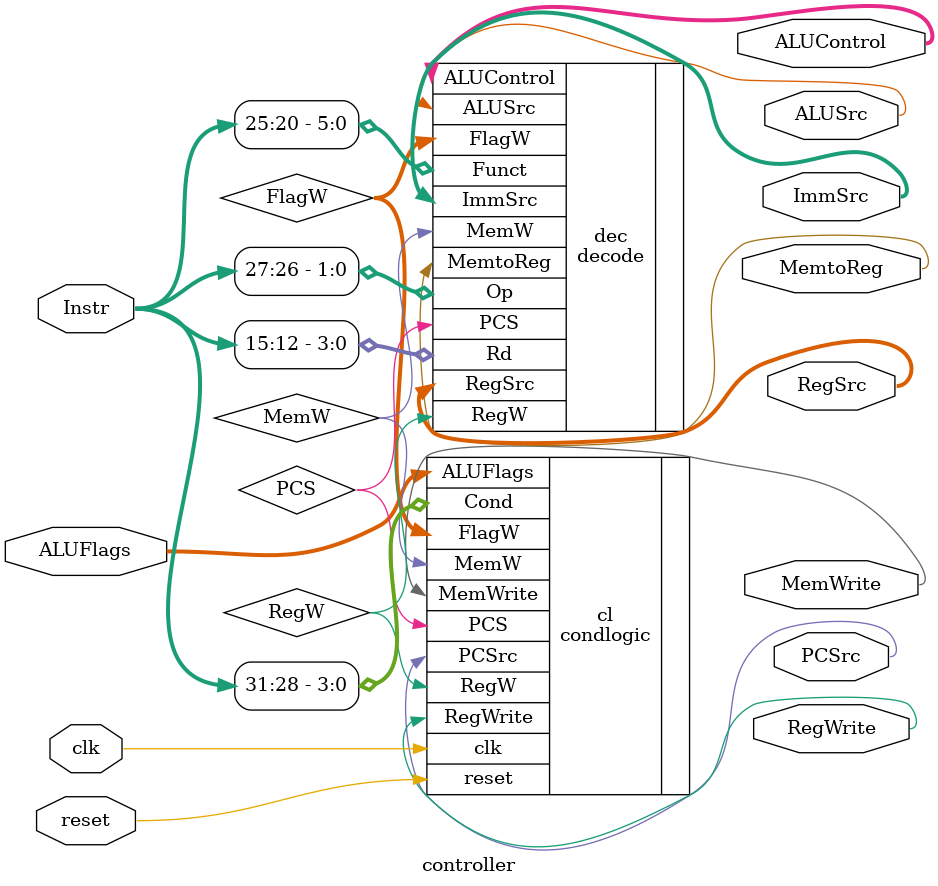
<source format=v>
`timescale 1ns / 1ps


module controller (
	clk,
	reset,
	Instr,
	ALUFlags,
	RegSrc,
	RegWrite,
	ImmSrc,
	ALUSrc,
	ALUControl,
	MemWrite,
	MemtoReg,
	PCSrc
);
	input wire clk;
	input wire reset;
	input wire [31:12] Instr;
	input wire [3:0] ALUFlags;
	output wire [1:0] RegSrc;
	output wire RegWrite;
	output wire [1:0] ImmSrc;
	output wire ALUSrc;
	output wire [2:0] ALUControl;
	output wire MemWrite;
	output wire MemtoReg;
	output wire PCSrc;
	wire [1:0] FlagW;
	wire PCS;
	wire RegW;
	wire MemW;
	decode dec(
		.Op(Instr[27:26]),
		.Funct(Instr[25:20]),
		.Rd(Instr[15:12]),
		.FlagW(FlagW),
		.PCS(PCS),
		.RegW(RegW),
		.MemW(MemW),
		.MemtoReg(MemtoReg),
		.ALUSrc(ALUSrc),
		.ImmSrc(ImmSrc),
		.RegSrc(RegSrc),
		.ALUControl(ALUControl)
	);
	condlogic cl(
		.clk(clk),
		.reset(reset),
		.Cond(Instr[31:28]),
		.ALUFlags(ALUFlags),
		.FlagW(FlagW),
		.PCS(PCS),
		.RegW(RegW),
		.MemW(MemW),
		.PCSrc(PCSrc),
		.RegWrite(RegWrite),
		.MemWrite(MemWrite)
	);
endmodule





</source>
